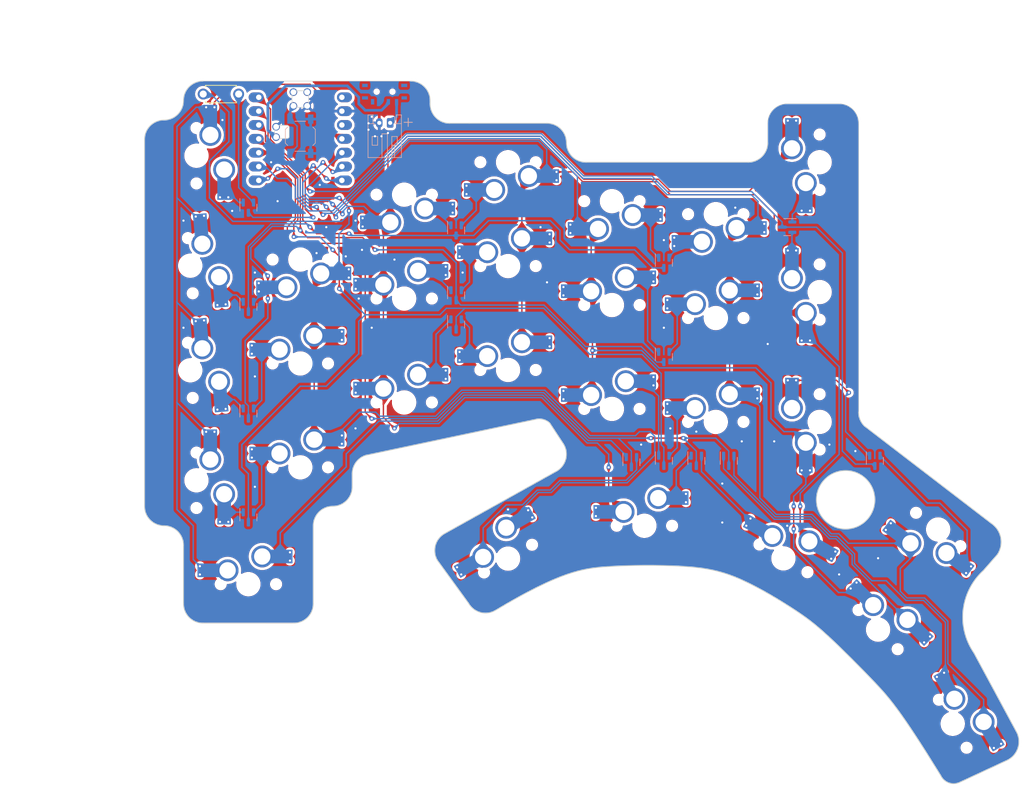
<source format=kicad_pcb>
(kicad_pcb (version 20221018) (generator pcbnew)
  (layers (0 "F.Cu" signal) (31 "B.Cu" signal) (34 "B.Paste" user) (35 "F.Paste" user) (36 "B.SilkS" user "B.Silkscreen") (37 "F.SilkS" user "F.Silkscreen") (38 "B.Mask" user) (39 "F.Mask" user) (44 "Edge.Cuts" user))
  (net 0 "")
  (net 1 "GND")
  (net 2 "L_VBAT")
  (net 4 "L_BAT+")
  (net 5 "L_RESET")
  (net 6 "L_ROW1")
  (net 7 "L_ROW2")
  (net 8 "L_ROW3")
  (net 9 "L_ROW4")
  (net 10 "L_COL5")
  (net 11 "L_COL4")
  (net 12 "L_COL3")
  (net 13 "L_COL2")
  (net 14 "L_COL1")
  (net 15 "L_COL0")
  (net 16 "L_VCC")
  (net 20 "Net-(L_D1-A1)")
  (net 21 "Net-(L_D1-A2)")
  (net 22 "L_ROW0")
  (net 23 "Net-(L_D2-A1)")
  (net 24 "Net-(L_D2-A2)")
  (net 25 "Net-(L_D3-A1)")
  (net 26 "Net-(L_D3-A2)")
  (net 27 "Net-(L_D4-A1)")
  (net 28 "Net-(L_D4-A2)")
  (net 29 "Net-(L_D5-A1)")
  (net 30 "Net-(L_D5-A2)")
  (net 31 "Net-(L_D6-A1)")
  (net 32 "Net-(L_D6-A2)")
  (net 33 "Net-(L_D7-A1)")
  (net 34 "Net-(L_D7-A2)")
  (net 35 "Net-(L_D8-A1)")
  (net 36 "Net-(L_D8-A2)")
  (net 37 "Net-(L_D9-A1)")
  (net 38 "Net-(L_D9-A2)")
  (net 39 "Net-(L_D10-A1)")
  (net 40 "Net-(L_D10-A2)")
  (net 41 "Net-(L_D11-A1)")
  (net 42 "Net-(L_D11-A2)")
  (net 43 "Net-(L_D12-A1)")
  (net 44 "Net-(L_D12-A2)")
  (net 45 "Net-(L_D13-A1)")
  (net 46 "Net-(L_D13-A2)")
  (net 47 "Net-(L_D14-A1)")
  (net 48 "Net-(L_D14-A2)")
  (net 49 "Net-(L_D15-A1)")
  (net 50 "Net-(L_D15-A2)")
  (footprint "pretty:xiao-ble-smd-cutout" (layer "F.Cu") (at 76.200064 160.02012)
    (fp_text reference "L_U1" hide)
    (fp_text value "xiao-ble" hide)
    (fp_line (start -4.699 -0.7488) (end -4.699 -1.7902) (stroke (width 0.12)) (layer "Edge.Cuts"))
    (fp_line (start -4.0132 -2.476) (end -2.413 -2.476) (stroke (width 0.12)) (layer "Edge.Cuts"))
    (fp_line (start -2.413 -0.063) (end -4.0132 -0.063) (stroke (width 0.12)) (layer "Edge.Cuts"))
    (fp_line (start -2.032 -2.095) (end -2.032 -0.444) (stroke (width 0.12)) (layer "Edge.Cuts"))
    (fp_line (start -1.524 -6.4638) (end -1.524 -8.1402) (stroke (width 0.12)) (layer "Edge.Cuts"))
    (fp_line (start -0.8382 -8.826) (end 0.8382 -8.826) (stroke (width 0.12)) (layer "Edge.Cuts"))
    (fp_line (start -0.8382 -5.778) (end 0.8382 -5.778) (stroke (width 0.12)) (layer "Edge.Cuts"))
    (fp_line (start 1.524 -6.4638) (end 1.524 -8.1402) (stroke (width 0.12)) (layer "Edge.Cuts"))
    (fp_arc (start -4.699 -0.7488) (mid -4.095391 -0.666609) (end -4.0132 -0.063) (stroke (width 0.12)) (layer "Edge.Cuts"))
    (fp_arc (start -4.0132 -2.476) (mid -4.095391 -1.872391) (end -4.699 -1.7902) (stroke (width 0.12)) (layer "Edge.Cuts"))
    (fp_arc (start -2.413 -2.476) (mid -2.143592 -2.364408) (end -2.032 -2.095) (stroke (width 0.12)) (layer "Edge.Cuts"))
    (fp_arc (start -2.032 -0.444) (mid -2.143592 -0.174592) (end -2.413 -0.063) (stroke (width 0.12)) (layer "Edge.Cuts"))
    (fp_arc (start -1.524 -6.4638) (mid -0.920391 -6.381609) (end -0.8382 -5.778) (stroke (width 0.12)) (layer "Edge.Cuts"))
    (fp_arc (start -0.8382 -8.826) (mid -0.920391 -8.222391) (end -1.524 -8.1402) (stroke (width 0.12)) (layer "Edge.Cuts"))
    (fp_arc (start 0.8382 -5.778) (mid 0.920391 -6.381609) (end 1.524 -6.4638) (stroke (width 0.12)) (layer "Edge.Cuts"))
    (fp_arc (start 1.524 -8.1402) (mid 0.920393 -8.222393) (end 0.8382 -8.826) (stroke (width 0.12)) (layer "Edge.Cuts"))
  )
  (footprint "pretty:MX-1U-Hotswap" (layer "F.Cu") (at 114.300096 202.406404)
    (fp_text reference "L_S33")
    (fp_text value "SW" hide)
  )
  (footprint "pretty:MX-1U-Hotswap" (layer "F.Cu") (at 114.300096 183.356404)
    (fp_text reference "L_S23")
    (fp_text value "SW" hide)
  )
  (footprint "pretty:MX-1U-Hotswap" (layer "F.Cu") (at 171.450096 164.306404 90)
    (fp_text reference "L_S2")
    (fp_text value "SW" hide)
  )
  (footprint "pretty:MX-1U-Hotswap" (layer "F.Cu") (at 76.200096 182.165804 180)
    (fp_text reference "L_S11")
    (fp_text value "SW" hide)
  )
  (footprint "pretty:MX-1U-Hotswap" (layer "F.Cu") (at 152.400096 173.831404 180)
    (fp_text reference "L_S15")
    (fp_text value "SW" hide)
  )
  (footprint "pretty:MX-1U-Hotswap" (layer "F.Cu") (at 133.350096 190.500204)
    (fp_text reference "L_S24")
    (fp_text value "SW" hide)
  )
  (footprint "pretty:MX-1U-Hotswap" (layer "F.Cu") (at 171.450096 188.118904 90)
    (fp_text reference "L_S3")
    (fp_text value "SW" hide)
  )
  (footprint "pretty:MX-1U-Hotswap" (layer "F.Cu") (at 57.150096 163.115804 -90)
    (fp_text reference "L_S0")
    (fp_text value "SW" hide)
  )
  (footprint "pretty:MX-1U-Hotswap" (layer "F.Cu") (at 171.450196 211.931504 90)
    (fp_text reference "L_S4")
    (fp_text value "SW" hide)
  )
  (footprint "pretty:MX-1U-Hotswap" (layer "F.Cu") (at 76.200096 201.215804)
    (fp_text reference "L_S21")
    (fp_text value "SW" hide)
  )
  (footprint "pretty:MX-1U-Hotswap" (layer "F.Cu") (at 57.150096 222.647004 -90)
    (fp_text reference "L_S30")
    (fp_text value "SW" hide)
  )
  (footprint "pretty:MX-1U-Hotswap" (layer "F.Cu") (at 133.350096 209.550204)
    (fp_text reference "L_S34")
    (fp_text value "SW" hide)
  )
  (footprint "pretty:MX-1U-Hotswap" (layer "F.Cu") (at 66.675096 241.697104)
    (fp_text reference "L_S40")
    (fp_text value "SW" hide)
  )
  (footprint "pretty:MX-1U-Hotswap" (layer "F.Cu") (at 114.300096 164.306404 180)
    (fp_text reference "L_S13")
    (fp_text value "SW" hide)
  )
  (footprint "pretty:MX-1U-Hotswap" (layer "F.Cu") (at 139.303296 230.981504)
    (fp_text reference "L_S42")
    (fp_text value "SW" hide)
  )
  (footprint "pretty:MX-1U-Hotswap" (layer "F.Cu") (at 152.400096 211.931404)
    (fp_text reference "L_S35")
    (fp_text value "SW" hide)
  )
  (footprint "pretty:MX-1U-Hotswap" (layer "F.Cu") (at 114.300196 237.005704 30)
    (fp_text reference locked "L_S41")
    (fp_text value "SW" hide)
  )
  (footprint "pretty:MX-1U-Hotswap" (layer "F.Cu") (at 193.187396 231.664104 143)
    (fp_text reference "L_S5")
    (fp_text value "SW" hide)
  )
  (footprint "pretty:MX-1U-Hotswap" (layer "F.Cu") (at 164.806196 236.963504 -30)
    (fp_text reference "L_S43")
    (fp_text value "SW" hide)
  )
  (footprint "pretty:MX-1U-Hotswap" (layer "F.Cu") (at 195.858096 267.295604 -60)
    (fp_text reference locked "L_S45")
    (fp_text value "SW" hide)
  )
  (footprint "pretty:MX-1U-Hotswap" (layer "F.Cu") (at 95.250096 208.359504)
    (fp_text reference "L_S32")
    (fp_text value "SW" hide)
  )
  (footprint "pretty:MX-1U-Hotswap" (layer "F.Cu") (at 95.250096 170.259504 180)
    (fp_text reference "L_S12")
    (fp_text value "SW" hide)
  )
  (footprint "pretty:MX-1U-Hotswap" (layer "F.Cu") (at 95.250096 189.309504)
    (fp_text reference "L_S22")
    (fp_text value "SW" hide)
  )
  (footprint "pretty:MX-1U-Hotswap" (layer "F.Cu") (at 133.350096 171.450204 180)
    (fp_text reference "L_S14")
    (fp_text value "SW" hide)
  )
  (footprint "pretty:MX-1U-Hotswap" (layer "F.Cu") (at 56.023996 202.468304 -85)
    (fp_text reference "L_S20")
    (fp_text value "SW" hide)
  )
  (footprint "pretty:MX-1U-Hotswap" (layer "F.Cu") (at 152.400096 192.881404)
    (fp_text reference "L_S25")
    (fp_text value "SW" hide)
  )
  (footprint "pretty:MX-1U-Hotswap" (layer "F.Cu") (at 76.200096 220.265804)
    (fp_text reference "L_S31")
    (fp_text value "SW" hide)
  )
  (footprint "pretty:PushSW" (layer "F.Cu") (at 61.639117 151.804815)
    (fp_text reference "L_S1" hide)
    (fp_text value "SW_Push")
  )
  (footprint "pretty:MX-1U-Hotswap" (layer "F.Cu") (at 56.023996 183.285504 -85)
    (fp_text reference "L_S10")
    (fp_text value "SW" hide)
  )
  (footprint "pretty:MX-1U-Hotswap" (layer "F.Cu") (at 182.165796 250.031404 -45)
    (fp_text reference "L_S44")
    (fp_text value "SW" hide)
  )
  (footprint "Package_TO_SOT_SMD:SOT-23" (layer "B.Cu") (at 104.775088 188.714221 -90)
    (fp_text reference "L_D8" hide)
    (fp_text value "BAV70")
  )
  (footprint "Package_TO_SOT_SMD:SOT-23" (layer "B.Cu") (at 66.675056 210.398615 -90)
    (fp_text reference "L_D3" hide)
    (fp_text value "BAV70")
  )
  (footprint "Package_TO_SOT_SMD:SOT-23" (layer "B.Cu") (at 181.570425 219.075184 -90)
    (fp_text reference "L_D11" hide)
    (fp_text value "BAV70")
  )
  (footprint "Package_TO_SOT_SMD:SOT-23" (layer "B.Cu") (at 104.775088 194.072038 -90)
    (fp_text reference "L_D9" hide)
    (fp_text value "BAV70")
  )
  (footprint "sepp:switch-MSK-12C02-smd" (layer "B.Cu") (at 91.653202 150.018876 -90)
    (fp_text reference "L_SW_bat1")
    (fp_text value "SW_SPDT")
  )
  (footprint "Button_Switch_SMD:SW_SPST_TL3342" (layer "B.Cu") (at 76.200064 159.543884 -90)
    (fp_text reference "L_SW_reset1" hide)
    (fp_text value "SW_Push")
  )
  (footprint "Package_TO_SOT_SMD:SOT-23" (layer "B.Cu") (at 136.92195 219.32831 -90)
    (fp_text reference "L_D5" hide)
    (fp_text value "BAV70")
  )
  (footprint "Package_TO_SOT_SMD:SOT-23" (layer "B.Cu") (at 66.675056 229.448631 -90)
    (fp_text reference "L_D4" hide)
    (fp_text value "BAV70")
  )
  (footprint "Package_TO_SOT_SMD:SOT-23" (layer "B.Cu") (at 154.78134 219.075184 -90)
    (fp_text reference "L_D15" hide)
    (fp_text value "BAV70")
  )
  (footprint "Package_TO_SOT_SMD:SOT-23" (layer "B.Cu") (at 66.675056 172.64077 -90)
    (fp_text reference "L_D1" hide)
    (fp_text value "BAV70")
  )
  (footprint "Connector_JST:JST_PH_S2B-PH-K_1x02_P2.00mm_Horizontal" (layer "B.Cu") (at 92.678202 157.093884 180)
    (fp_text reference "L_BT1" hide)
    (fp_text value "Battery_Cell")
  )
  (footprint "Package_TO_SOT_SMD:SOT-23" (layer "B.Cu") (at 148.82821 219.075184 -90)
    (fp_text reference "L_D10" hide)
    (fp_text value "BAV70")
  )
  (footprint "Package_TO_SOT_SMD:SOT-23" (layer "B.Cu") (at 142.87508 219.075184 -90)
    (fp_text reference "L_D14" hide)
    (fp_text value "BAV70")
  )
  (footprint "Package_TO_SOT_SMD:SOT-23" (layer "B.Cu") (at 142.87512 182.761091 -90)
    (fp_text reference "L_D12" hide)
    (fp_text value "BAV70")
  )
  (footprint "Package_TO_SOT_SMD:SOT-23" (layer "B.Cu") (at 165.497056 176.21272 180)
    (fp_text reference "L_D6" hide)
    (fp_text value "BAV70")
  )
  (footprint "Package_TO_SOT_SMD:SOT-23" (layer "B.Cu") (at 142.87508 200.025168 -90)
    (fp_text reference "L_D13" hide)
    (fp_text value "BAV70")
  )
  (footprint "Package_TO_SOT_SMD:SOT-23" (layer "B.Cu") (at 104.775048 176.807961 -90)
    (fp_text reference "L_D7" hide)
    (fp_text value "BAV70")
  )
  (footprint "Package_TO_SOT_SMD:SOT-23" (layer "B.Cu") (at 66.675056 190.842347 -90)
    (fp_text reference "L_D2" hide)
    (fp_text value "BAV70")
  )
  (gr_arc (start 85.725119 221.456436) (mid 86.399318 219.367906) (end 88.167468 218.06785) (stroke (width 0.16)) (layer "Edge.Cuts"))
  (gr_line (start 204.053 236.246339) (end 201.485516 239.18463) (stroke (width 0.16)) (layer "Edge.Cuts"))
  (gr_arc (start 124.487686 216.024944) (mid 124.890031 218.728932) (end 123.262573 220.925476) (stroke (width 0.16)) (layer "Edge.Cuts"))
  (gr_arc (start 51.197013 230.981413) (mid 48.671325 229.935257) (end 47.625135 227.409583) (stroke (width 0.16)) (layer "Edge.Cuts"))
  (gr_line (start 47.625135 227.409583) (end 47.62504 160.139197) (stroke (width 0.16)) (layer "Edge.Cuts"))
  (gr_curve (pts (xy 155.905444 240.372587) (xy 159.378111 241.761587) (xy 163.347111 244.142587) (xy 166.125278 245.92842)) (stroke (width 0.16)) (layer "Edge.Cuts"))
  (gr_curve (pts (xy 145.586944 238.388087) (xy 149.456444 238.586587) (xy 152.432778 238.983587) (xy 155.905444 240.372587)) (stroke (width 0.16)) (layer "Edge.Cuts"))
  (gr_arc (start 119.299123 211.485021) (mid 120.703766 211.473432) (end 121.941346 212.137903) (stroke (width 0.16)) (layer "Edge.Cuts"))
  (gr_line (start 178.593947 210.145489) (end 178.5939 157.162632) (stroke (width 0.1)) (layer "Edge.Cuts"))
  (gr_line (start 179.640141 212.671185) (end 202.946058 230.550657) (stroke (width 0.16)) (layer "Edge.Cuts"))
  (gr_line (start 121.941346 212.137903) (end 124.487686 216.024944) (stroke (width 0.16)) (layer "Edge.Cuts"))
  (gr_arc (start 121.443899 157.162585) (mid 123.969667 158.208725) (end 125.015777 160.73451) (stroke (width 0.16)) (layer "Edge.Cuts"))
  (gr_line (start 58.340721 248.840897) (end 75.009485 248.84085) (stroke (width 0.16)) (layer "Edge.Cuts"))
  (gr_arc (start 47.62504 160.139197) (mid 48.671223 157.613465) (end 51.196965 156.567319) (stroke (width 0.16)) (layer "Edge.Cuts"))
  (gr_curve (pts (xy 166.125278 245.92842) (xy 168.903444 247.714254) (xy 170.490778 248.90492) (xy 172.971111 251.187087)) (stroke (width 0.16)) (layer "Edge.Cuts"))
  (gr_circle (center 176.212695 226.21894) (end 170.854878 226.21894) (stroke (width 0.16)) (fill none) (layer "Edge.Cuts"))
  (gr_line (start 100.012631 152.995488) (end 100.012631 153.590754) (stroke (width 0.16)) (layer "Edge.Cuts"))
  (gr_arc (start 175.022022 153.590754) (mid 177.547711 154.636942) (end 178.5939 157.162632) (stroke (width 0.1)) (layer "Edge.Cuts"))
  (gr_arc (start 207.475062 268.642483) (mid 207.831028 271.693741) (end 205.809343 274.006679) (stroke (width 0.16)) (layer "Edge.Cuts"))
  (gr_line (start 102.634835 232.424512) (end 123.262573 220.925476) (stroke (width 0.16)) (layer "Edge.Cuts"))
  (gr_arc (start 85.725213 223.837704) (mid 84.678974 226.363375) (end 82.153288 227.409582) (stroke (width 0.16)) (layer "Edge.Cuts"))
  (gr_line (start 158.353258 164.306388) (end 128.587655 164.306435) (stroke (width 0.16)) (layer "Edge.Cuts"))
  (gr_line (start 207.475062 268.642483) (end 199.735859 254.285956) (stroke (width 0.16)) (layer "Edge.Cuts"))
  (gr_arc (start 96.440753 149.423563) (mid 98.96647 150.469773) (end 100.012631 152.995488) (stroke (width 0.16)) (layer "Edge.Cuts"))
  (gr_line (start 197.130916 278.042298) (end 205.809343 274.006679) (stroke (width 0.16)) (layer "Edge.Cuts"))
  (gr_line (start 103.584509 157.162679) (end 107.156387 157.162585) (stroke (width 0.16)) (layer "Edge.Cuts"))
  (gr_arc (start 128.587655 164.306435) (mid 126.061899 163.260262) (end 125.015777 160.73451) (stroke (width 0.16)) (layer "Edge.Cuts"))
  (gr_arc (start 58.340721 248.840897) (mid 55.815 247.794709) (end 54.768843 245.268972) (stroke (width 0.16)) (layer "Edge.Cuts"))
  (gr_arc (start 202.946058 230.550657) (mid 204.670124 233.170994) (end 204.053 236.246339) (stroke (width 0.16)) (layer "Edge.Cuts"))
  (gr_line (start 78.581363 230.98146) (end 78.58141 245.268972) (stroke (width 0.16)) (layer "Edge.Cuts"))
  (gr_curve (pts (xy 172.971111 251.187087) (xy 175.451444 253.469254) (xy 178.824778 256.84292) (xy 181.553444 259.720254)) (stroke (width 0.16)) (layer "Edge.Cuts"))
  (gr_line (start 96.440753 149.423563) (end 58.340815 149.423563) (stroke (width 0.1)) (layer "Edge.Cuts"))
  (gr_curve (pts (xy 181.553444 259.720254) (xy 184.282111 262.597587) (xy 186.366111 264.978587) (xy 193.661013 276.799161)) (stroke (width 0.16)) (layer "Edge.Cuts"))
  (gr_line (start 121.443899 157.162585) (end 107.156387 157.162585) (stroke (width 0.16)) (layer "Edge.Cuts"))
  (gr_arc (start 54.76889 152.995441) (mid 55.81506 150.469698) (end 58.340815 149.423563) (stroke (width 0.16)) (layer "Edge.Cuts"))
  (gr_arc (start 51.197013 230.981413) (mid 53.722674 232.027647) (end 54.768891 234.553338) (stroke (width 0.16)) (layer "Edge.Cuts"))
  (gr_line (start 101.327396 237.303811) (end 107.072327 245.216496) (stroke (width 0.16)) (layer "Edge.Cuts"))
  (gr_arc (start 197.130916 278.042298) (mid 195.140708 278.133211) (end 193.661013 276.799161) (stroke (width 0.16)) (layer "Edge.Cuts"))
  (gr_arc (start 54.76889 152.995441) (mid 53.722731 155.521203) (end 51.196965 156.567319) (stroke (width 0.16)) (layer "Edge.Cuts"))
  (gr_arc (start 101.327396 237.303811) (mid 100.970607 234.59339) (end 102.634835 232.424512) (stroke (width 0.16)) (layer "Edge.Cuts"))
  (gr_line (start 54.768891 234.553338) (end 54.768843 245.268972) (stroke (width 0.16)) (layer "Edge.Cuts"))
  (gr_line (start 161.925183 160.73451) (end 161.925136 157.162632) (stroke (width 0.1)) (layer "Edge.Cuts"))
  (gr_arc (start 78.581363 230.98146) (mid 79.62756 228.45576) (end 82.153288 227.409582) (stroke (width 0.16)) (layer "Edge.Cuts"))
  (gr_arc (start 111.951611 246.523587) (mid 109.241291 246.880507) (end 107.072327 245.216496) (stroke (width 0.16)) (layer "Edge.Cuts"))
  (gr_line (start 85.725213 223.837704) (end 85.725119 221.456436) (stroke (width 0.16)) (layer "Edge.Cuts"))
  (gr_arc (start 78.58141 245.268972) (mid 77.535241 247.794722) (end 75.009485 248.84085) (stroke (width 0.16)) (layer "Edge.Cuts"))
  (gr_arc (start 161.925183 160.73451) (mid 160.87894 163.260167) (end 158.353258 164.306388) (stroke (width 0.16)) (layer "Edge.Cuts"))
  (gr_curve (pts (xy 132.489944 238.487337) (xy 136.954778 238.189587) (xy 141.717444 238.189587) (xy 145.586944 238.388087)) (stroke (width 0.16)) (layer "Edge.Cuts"))
  (gr_line (start 88.167468 218.06785) (end 119.299123 211.485021) (stroke (width 0.16)) (layer "Edge.Cuts"))
  (gr_line (start 165.497014 153.590754) (end 175.022022 153.590754) (stroke (width 0.1)) (layer "Edge.Cuts"))
  (gr_curve (pts (xy 111.951611 246.523587) (xy 123.858111 239.380587) (xy 128.025111 238.785087) (xy 132.489944 238.487337)) (stroke (width 0.16)) (layer "Edge.Cuts"))
  (gr_arc (start 179.640141 212.671185) (mid 178.865867 211.512379) (end 178.593947 210.145489) (stroke (width 0.16)) (layer "Edge.Cuts"))
  (gr_arc (start 199.735859 254.285956) (mid 197.778781 246.407185) (end 201.485516 239.18463) (stroke (width 0.16)) (layer "Edge.Cuts"))
  (gr_arc (start 161.925136 157.162632) (mid 162.971317 154.636937) (end 165.497014 153.590754) (stroke (width 0.1)) (layer "Edge.Cuts"))
  (gr_arc (start 103.584509 157.162679) (mid 101.058825 156.116434) (end 100.012631 153.590754) (stroke (width 0.16)) (layer "Edge.Cuts"))
  (gr_text "+" (at 94.654767 155.972006 180) (layer "B.SilkS") (effects (font (size 2 2)) (justify left bottom mirror)))
  (via (at 89.29695 155.972006) (size 0.8) (drill 0.4) (layers "F.Cu" "B.Cu") (net 1))
  (via (at 175.022022 239.911139) (size 0.8) (drill 0.4) (layers "F.Cu" "B.Cu") (net 1))
  (via (at 54.768796 194.667351) (size 0.8) (drill 0.4) (layers "F.Cu" "B.Cu") (net 1))
  (via (at 70.842247 164.306388) (size 0.8) (drill 0.4) (layers "F.Cu" "B.Cu") (net 1))
  (via (at 155.972006 172.64077) (size 0.8) (drill 0.4) (layers "F.Cu" "B.Cu") (net 1))
  (via (at 165.497014 230.981444) (size 0.8) (drill 0.4) (layers "F.Cu" "B.Cu") (net 1))
  (via (at 142.87512 178.5939) (size 0.8) (drill 0.4) (layers "F.Cu" "B.Cu") (net 1))
  (via (at 61.912552 156.567319) (size 0.8) (drill 0.4) (layers "F.Cu" "B.Cu") (net 1))
  (via (at 153.590754 230.386131) (size 0.8) (drill 0.4) (layers "F.Cu" "B.Cu") (net 1))
  (via (at 87.511011 180.379839) (size 0.8) (drill 0.4) (layers "F.Cu" "B.Cu") (net 1))
  (via (at 86.915698 189.309534) (size 0.8) (drill 0.4) (layers "F.Cu" "B.Cu") (net 1))
  (via (at 79.176629 180.975152) (size 0.8) (drill 0.4) (layers "F.Cu" "B.Cu") (net 1))
  (via (at 148.82825 213.717367) (size 0.8) (drill 0.4) (layers "F.Cu" "B.Cu") (net 1))
  (via (at 88.701637 158.353258) (size 0.8) (drill 0.4) (layers "F.Cu" "B.Cu") (net 1))
  (via (at 79.771942 168.473579) (size 0.8) (drill 0.4) (layers "F.Cu" "B.Cu") (net 1))
  (via (at 67.865682 203.597046) (size 0.8) (drill 0.4) (layers "F.Cu" "B.Cu") (net 1))
  (via (at 84.534446 181.570465) (size 0.8) (drill 0.4) (layers "F.Cu" "B.Cu") (net 1))
  (via (at 72.032873 171.450144) (size 0.8) (drill 0.4) (layers "F.Cu" "B.Cu") (net 1))
  (via (at 93.464141 182.165778) (size 0.8) (drill 0.4) (layers "F.Cu" "B.Cu") (net 1))
  (via (at 120.253226 176.212648) (size 0.8) (drill 0.4) (layers "F.Cu" "B.Cu") (net 1))
  (via (at 105.965714 184.54703) (size 0.8) (drill 0.4) (layers "F.Cu" "B.Cu") (net 1))
  (via (at 144.065746 213.122054) (size 0.8) (drill 0.4) (layers "F.Cu" "B.Cu") (net 1))
  (via (at 121.443852 186.332969) (size 0.8) (drill 0.4) (layers "F.Cu" "B.Cu") (net 1))
  (via (at 67.865682 184.54703) (size 0.8) (drill 0.4) (layers "F.Cu" "B.Cu") (net 1))
  (via (at 67.865682 223.837688) (size 0.8) (drill 0.4) (layers "F.Cu" "B.Cu") (net 1))
  (via (at 54.768796 175.022022) (size 0.8) (drill 0.4) (layers "F.Cu" "B.Cu") (net 1))
  (via (at 153.590754 223.242375) (size 0.8) (drill 0.4) (layers "F.Cu" "B.Cu") (net 1))
  (via (at 91.082889 159.543884) (size 0.8) (drill 0.4) (layers "F.Cu" "B.Cu") (net 1))
  (via (at 63.698491 173.236083) (size 0.8) (drill 0.4) (layers "F.Cu" "B.Cu") (net 1))
  (via (at 138.707929 216.098619) (size 0.8) (drill 0.4) (layers "F.Cu" "B.Cu") (net 1))
  (via (at 92.273515 158.948571) (size 0.8) (drill 0.4) (layers "F.Cu" "B.Cu") (net 1))
  (via (at 114.300096 228.004879) (size 0.8) (drill 0.4) (layers "F.Cu" "B.Cu") (net 1))
  (via (at 163.115762 215.503306) (size 0.8) (drill 0.4) (layers "F.Cu" "B.Cu") (net 1))
  (via (at 89.892263 159.543884) (size 0.8) (drill 0.4) (layers "F.Cu" "B.Cu") (net 1))
  (via (at 86.320385 175.022022) (size 0.8) (drill 0.4) (layers "F.Cu" "B.Cu") (net 1))
  (via (at 89.29695 194.667351) (size 0.8) (drill 0.4) (layers "F.Cu" "B.Cu") (net 1))
  (via (at 173.236083 216.098619) (size 0.8) (drill 0.4) (layers "F.Cu" "B.Cu") (net 1))
  (via (at 161.925136 197.643916) (size 0.8) (drill 0.4) (layers "F.Cu" "B.Cu") (net 1))
  (via (at 86.320385 213.122054) (size 0.8) (drill 0.4) (layers "F.Cu" "B.Cu") (net 1))
  (via (at 177.998587 217.289245) (size 0.8) (drill 0.4) (layers "F.Cu" "B.Cu") (net 1))
  (via (at 157.162632 215.503306) (size 0.8) (drill 0.4) (layers "F.Cu" "B.Cu") (net 1))
  (via (at 142.87512 194.667351) (size 0.8) (drill 0.4) (layers "F.Cu" "B.Cu") (net 1))
  (via (at 88.701637 157.162632) (size 0.8) (drill 0.4) (layers "F.Cu" "B.Cu") (net 1))
  (via (at 182.165778 236.934574) (size 0.8) (drill 0.4) (layers "F.Cu" "B.Cu") (net 1))
  (via (at 80.962568 176.212648) (size 0.8) (drill 0.4) (layers "F.Cu" "B.Cu") (net 1))
  (segment (start 93.853202 155.918884) (end 93.853202 153.218876) (width 0.5) (layer "B.Cu") (net 2))
  (segment (start 92.678202 157.093884) (end 93.853202 155.918884) (width 0.5) (layer "B.Cu") (net 2))
  (segment (start 92.353202 153.511067) (end 91.082889 154.78138) (width 0.5) (layer "B.Cu") (net 4))
  (segment (start 70.246934 158.405993) (end 71.544061 159.70312) (width 0.5) (layer "B.Cu") (net 4))
  (segment (start 92.353202 153.218876) (end 92.353202 153.511067) (width 0.5) (layer "B.Cu") (net 4))
  (segment (start 84.81519 150.29962) (end 73.538068 150.29962) (width 0.5) (layer "B.Cu") (net 4))
  (segment (start 73.538068 150.29962) (end 70.246934 153.590754) (width 0.5) (layer "B.Cu") (net 4))
  (segment (start 86.915698 152.400128) (end 84.81519 150.29962) (width 0.5) (layer "B.Cu") (net 4))
  (segment (start 70.246934 153.590754) (end 70.246934 158.405993) (width 0.5) (layer "B.Cu") (net 4))
  (segment (start 71.544061 159.70312) (end 71.755064 159.70312) (width 0.5) (layer "B.Cu") (net 4))
  (segment (start 91.082889 154.78138) (end 88.106324 154.78138) (width 0.5) (layer "B.Cu") (net 4))
  (segment (start 86.915698 153.590754) (end 86.915698 152.400128) (width 0.5) (layer "B.Cu") (net 4))
  (segment (start 88.106324 154.78138) (end 86.915698 153.590754) (width 0.5) (layer "B.Cu") (net 4))
  (segment (start 74.300064 156.393884) (end 74.300064 154.61812) (width 0.25) (layer "B.Cu") (net 5))
  (segment (start 75.604751 157.698571) (end 74.300064 156.393884) (width 0.25) (layer "B.Cu") (net 5))
  (segment (start 74.300064 162.693884) (end 75.604751 161.389197) (width 0.25) (layer "B.Cu") (net 5))
  (segment (start 75.604751 161.389197) (end 75.604751 157.698571) (width 0.25) (layer "B.Cu") (net 5))
  (segment (start 74.300064 154.61812) (end 74.930064 153.98812) (width 0.25) (layer "B.Cu") (net 5))
  (segment (start 77.986003 176.212648) (end 79.176629 177.403274) (width 0.25) (layer "F.Cu") (net 6))
  (segment (start 70.281564 156.64162) (end 70.281564 160.313464) (width 0.25) (layer "F.Cu") (net 6))
  (segment (start 79.176629 177.403274) (end 85.129759 177.403274) (width 0.25) (layer "F.Cu") (net 6))
  (segment (start 77.986003 176.212648) (end 76.650064 174.876709) (width 0.25) (layer "F.Cu") (net 6))
  (segment (start 70.281564 160.313464) (end 76.650064 166.681964) (width 0.25) (layer "F.Cu") (net 6))
  (segment (start 76.650064 174.876709) (end 76.650064 166.681964) (width 0.25) (layer "F.Cu") (net 6))
  (segment (start 68.580064 154.94012) (end 70.281564 156.64162) (width 0.25) (layer "F.Cu") (net 6))
  (via (at 77.986003 176.212648) (size 0.8) (drill 0.4) (layers "F.Cu" "B.Cu") (net 6))
  (via (at 85.129759 177.403274) (size 0.8) (drill 0.4) (layers "F.Cu" "B.Cu") (net 6))
  (segment (start 77.39069 175.617335) (end 70.842247 175.617335) (width 0.25) (layer "B.Cu") (net 6))
  (segment (start 104.775048 177.745461) (end 108.004779 177.745461) (width 0.25) (layer "B.Cu") (net 6))
  (segment (start 108.004779 177.745461) (end 110.728218 175.022022) (width 0.25) (layer "B.Cu") (net 6))
  (segment (start 140.836055 183.698591) (end 142.87512 183.698591) (width 0.25) (layer "B.Cu") (net 6))
  (segment (start 123.825104 176.807961) (end 123.825104 178.5939) (width 0.25) (layer "B.Cu") (net 6))
  (segment (start 122.039165 175.022022) (end 123.825104 176.807961) (width 0.25) (layer "B.Cu") (net 6))
  (segment (start 137.517303 180.379839) (end 140.836055 183.698591) (width 0.25) (layer "B.Cu") (net 6))
  (segment (start 104.775048 177.745461) (end 85.471946 177.745461) (width 0.25) (layer "B.Cu") (net 6))
  (segment (start 77.986003 176.212648) (end 77.39069 175.617335) (width 0.25) (layer "B.Cu") (net 6))
  (segment (start 70.842247 175.617335) (end 66.675056 179.784526) (width 0.25) (layer "B.Cu") (net 6))
  (segment (start 123.825104 178.5939) (end 125.611043 180.379839) (width 0.25) (layer "B.Cu") (net 6))
  (segment (start 110.728218 175.022022) (end 122.039165 175.022022) (width 0.25) (layer "B.Cu") (net 6))
  (segment (start 125.611043 180.379839) (end 137.517303 180.379839) (width 0.25) (layer "B.Cu") (net 6))
  (segment (start 66.675056 179.784526) (end 66.675056 191.779847) (width 0.25) (layer "B.Cu") (net 6))
  (segment (start 85.471946 177.745461) (end 85.129759 177.403274) (width 0.25) (layer "B.Cu") (net 6))
  (segment (start 68.580064 157.48012) (end 69.805064 158.70512) (width 0.25) (layer "F.Cu") (net 7))
  (segment (start 77.520377 178.128274) (end 87.640698 178.128274) (width 0.25) (layer "F.Cu") (net 7))
  (segment (start 70.246934 185.142343) (end 70.246934 189.309534) (width 0.25) (layer "F.Cu") (net 7))
  (segment (start 87.640698 178.128274) (end 89.892263 180.379839) (width 0.25) (layer "F.Cu") (net 7))
  (segment (start 76.200064 176.807961) (end 77.520377 178.128274) (width 0.25) (layer "F.Cu") (net 7))
  (segment (start 76.200064 166.86836) (end 76.200064 169.068892) (width 0.25) (layer "F.Cu") (net 7))
  (segment (start 69.805064 160.47336) (end 76.200064 166.86836) (width 0.25) (layer "F.Cu") (net 7))
  (segment (start 69.805064 158.70512) (end 69.805064 160.47336) (width 0.25) (layer "F.Cu") (net 7))
  (segment (start 76.200064 169.068892) (end 76.200064 176.807961) (width 0.25) (layer "F.Cu") (net 7))
  (via (at 76.200064 176.807961) (size 0.8) (drill 0.4) (layers "F.Cu" "B.Cu") (net 7))
  (via (at 89.892263 180.379839) (size 0.8) (drill 0.4) (layers "F.Cu" "B.Cu") (net 7))
  (via (at 70.246934 189.309534) (size 0.8) (drill 0.4) (layers "F.Cu" "B.Cu") (net 7))
  (via (at 70.246934 185.142343) (size 0.8) (drill 0.4) (layers "F.Cu" "B.Cu") (net 7))
  (segment (start 89.892263 180.379839) (end 102.393836 180.379839) (width 0.25) (layer "B.Cu") (net 7))
  (segment (start 71.028643 176.067335) (end 75.459438 176.067335) (width 0.25) (layer "B.Cu") (net 7))
  (segment (start 138.71389 198.109542) (end 128.499004 198.109542) (width 0.25) (layer "B.Cu") (net 7))
  (segment (start 66.079743 208.406551) (end 66.675056 209.001864) (width 0.25) (layer "B.Cu") (net 7))
  (segment (start 70.246934 192.881412) (end 66.079743 197.048603) (width 0.25) (layer "B.Cu") (net 7))
  (segment (start 120.889622 190.50016) (end 105.623527 190.50016) (width 0.25) (layer "B.Cu") (net 7))
  (segment (start 66.675056 209.001864) (end 66.675056 211.336115) (width 0.25) (layer "B.Cu") (net 7))
  (segment (start 105.623527 190.50016) (end 104.775088 189.651721) (width 0.25) (layer "B.Cu") (net 7))
  (segment (start 67.125056 179.970922) (end 71.028643 176.067335) (width 0.25) (layer "B.Cu") (net 7))
  (segment (start 128.499004 198.109542) (end 120.889622 190.50016) (width 0.25) (layer "B.Cu") (net 7))
  (segment (start 75.459438 176.067335) (end 76.200064 176.807961) (width 0.25) (layer "B.Cu") (net 7))
  (segment (start 70.246934 189.309534) (end 70.246934 192.881412) (width 0.25) (layer "B.Cu") (net 7))
  (segment (start 142.87508 200.962668) (end 141.567016 200.962668) (width 0.25) (layer "B.Cu") (net 7))
  (segment (start 67.125056 182.020465) (end 67.125056 179.970922) (width 0.25) (layer "B.Cu") (net 7))
  (segment (start 102.393836 180.379839) (end 104.775088 182.761091) (width 0.25) (layer "B.Cu") (net 7))
  (segment (start 141.567016 200.962668) (end 138.71389 198.109542) (width 0.25) (layer "B.Cu") (net 7))
  (segment (start 66.079743 197.048603) (end 66.079743 208.406551) (width 0.25) (layer "B.Cu") (net 7))
  (segment (start 104.775088 182.761091) (end 104.775088 189.651721) (width 0.25) (layer "B.Cu") (net 7))
  (segment (start 70.246934 185.142343) (end 67.125056 182.020465) (width 0.25) (layer "B.Cu") (net 7))
  (segment (start 83.34382 187.523595) (end 83.34382 181.570465) (width 0.25) (layer "F.Cu") (net 8))
  (segment (start 74.303224 165.607916) (end 75.49385 166.798542) (width 0.25) (layer "F.Cu") (net 8))
  (segment (start 75.750064 167.054756) (end 75.750064 168.473579) (width 0.25) (layer "F.Cu") (net 8))
  (segment (start 75.750064 174.876709) (end 75.750064 168.473579) (width 0.25) (layer "F.Cu") (net 8))
  (segment (start 75.009438 175.617335) (end 75.750064 174.876709) (width 0.25) (layer "F.Cu") (net 8))
  (segment (start 75.009438 177.998587) (end 75.009438 175.617335) (width 0.25) (layer "F.Cu") (net 8))
  (segment (start 68.715428 160.02012) (end 74.303224 165.607916) (width 0.25) (layer "F.Cu") (net 8))
  (segment (start 68.580064 160.02012) (end 68.715428 160.02012) (width 0.25) (layer "F.Cu") (net 8))
  (segment (start 75.49385 166.798542) (end 75.750064 167.054756) (width 0.25) (layer "F.Cu") (net 8))
  (segment (start 83.34382 181.570465) (end 82.153194 180.379839) (width 0.25) (layer "F.Cu") (net 8))
  (via (at 83.34382 187.523595) (size 0.8) (drill 0.4) (layers "F.Cu" "B.Cu") (net 8))
  (via (at 82.153194 180.379839) (size 0.8) (drill 0.4) (layers "F.Cu" "B.Cu") (net 8))
  (via (at 75.009438 177.998587) (size 0.8) (drill 0.4) (layers "F.Cu" "B.Cu") (net 8))
  (segment (start 82.153194 180.379839) (end 79.771942 177.998587) (width 0.25) (layer "B.Cu") (net 8))
  (segment (start 80.962568 205.382985) (end 86.915698 199.429855) (width 0.25) (layer "B.Cu") (net 8))
  (segment (start 129.312608 199.559542) (end 120.848539 191.095473) (width 0.25) (layer "B.Cu") (net 8))
  (segment (start 76.200064 205.382985) (end 80.962568 205.382985) (width 0.25) (layer "B.Cu") (net 8))
  (segment (start 142.87508 220.012684) (end 142.87508 216.598619) (width 0.25) (layer "B.Cu") (net 8))
  (segment (start 120.848539 191.095473) (end 106.354902 191.095473) (width 0.25) (layer "B.Cu") (net 8))
  (segment (start 86.915698 193.476725) (end 88.106324 192.286099) (width 0.25) (layer "B.Cu") (net 8))
  (segment (start 66.675056 221.456436) (end 65.48443 220.26581) (width 0.25) (layer "B.Cu") (net 8))
  (segment (start 79.771942 177.998587) (end 75.009438 177.998587) (width 0.25) (layer "B.Cu") (net 8))
  (segment (start 102.989149 191.095473) (end 101.798523 192.286099) (width 0.25) (layer "B.Cu") (net 8))
  (segment (start 104.775088 192.675287) (end 104.775088 195.009538) (width 0.25) (layer "B.Cu") (net 8))
  (segment (start 88.106324 192.286099) (end 83.34382 187.523595) (width 0.25) (layer "B.Cu") (net 8))
  (segment (start 65.48443 220.26581) (end 65.48443 216.098619) (width 0.25) (layer "B.Cu") (net 8))
  (segment (start 106.354902 191.095473) (end 104.775088 192.675287) (width 0.25) (layer "B.Cu") (net 8))
  (segment (start 141.806724 202.475168) (end 138.891098 199.559542) (width 0.25) (layer "B.Cu") (net 8))
  (segment (start 66.675056 230.386131) (end 66.675056 221.456436) (width 0.25) (layer "B.Cu") (net 8))
  (segment (start 86.915698 199.429855) (end 86.915698 193.476725) (width 0.25) (layer "B.Cu") (net 8))
  (segment (start 65.48443 216.098619) (end 76.200064 205.382985) (width 0.25) (layer "B.Cu") (net 8))
  (segment (start 141.806724 202.481367) (end 141.806724 202.475168) (width 0.25) (layer "B.Cu") (net 8))
  (segment (start 142.87508 216.598619) (end 142.37508 216.098619) (width 0.25) (layer "B.Cu") (net 8))
  (segment (start 142.37508 216.098619) (end 142.37508 203.049723) (width 0.25) (layer "B.Cu") (net 8))
  (segment (start 106.354902 191.095473) (end 102.989149 191.095473) (width 0.25) (layer "B.Cu") (net 8))
  (segment (start 138.891098 199.559542) (end 129.312608 199.559542) (width 0.25) (layer "B.Cu") (net 8))
  (segment (start 101.798523 192.286099) (end 88.106324 192.286099) (width 0.25) (layer "B.Cu") (net 8))
  (segment (start 142.37508 203.049723) (end 141.806724 202.481367) (width 0.25) (layer "B.Cu") (net 8))
  (segment (start 75.300064 174.690313) (end 73.818812 176.171565) (width 0.25) (layer "F.Cu") (net 9))
  (segment (start 73.818812 179.189213) (end 84.534446 179.189213) (width 0.25) (layer "F.Cu") (net 9))
  (segment (start 88.106324 182.761091) (end 88.106324 210.145489) (width 0.25) (layer "F.Cu") (net 9))
  (segment (start 74.580339 166.521427) (end 75.300064 167.241152) (width 0.25) (layer "F.Cu") (net 9))
  (segment (start 75.300064 167.878266) (end 75.300064 174.690313) (width 0.25) (layer "F.Cu") (net 9))
  (segment (start 140.493868 214.907993) (end 146.446998 214.907993) (width 0.25) (layer "F.Cu") (net 9))
  (segment (start 75.300064 167.241152) (end 75.300064 167.878266) (width 0.25) (layer "F.Cu") (net 9))
  (segment (start 88.106324 210.145489) (end 89.29695 211.336115) (width 0.25) (layer "F.Cu") (net 9))
  (segment (start 88.106324 182.761091) (end 84.534446 179.189213) (width 0.25) (layer "F.Cu") (net 9))
  (segment (start 70.619032 162.56012) (end 74.580339 166.521427) (width 0.25) (layer "F.Cu") (net 9))
  (segment (start 73.818812 176.171565) (end 73.818812 179.189213) (width 0.25) (layer "F.Cu") (net 9))
  (segment (start 68.580064 162.56012) (end 70.619032 162.56012) (width 0.25) (layer "F.Cu") (net 9))
  (via (at 146.446998 214.907993) (size 0.8) (drill 0.4) (layers "F.Cu" "B.Cu") (net 9))
  (via (at 140.493868 214.907993) (size 0.8) (drill 0.4) (layers "F.Cu" "B.Cu") (net 9))
  (via (at 89.29695 211.336115) (size 0.8) (drill 0.4) (layers "F.Cu" "B.Cu") (net 9))
  (segment (start 146.446998 214.907993) (end 148.82821 217.289205) (width 0.25) (layer "B.Cu") (net 9))
  (segment (start 148.82821 217.289205) (end 148.82821 220.012684) (width 0.25) (layer "B.Cu") (net 9))
  (segment (start 134.540738 214.907993) (end 136.92195 217.289205) (width 0.25) (layer "B.Cu") (net 9))
  (segment (start 154.78134 217.289205) (end 154.78134 220.012684) (width 0.25) (layer "B.Cu") (net 9))
  (segment (start 120.848539 206.573611) (end 129.182921 214.907993) (width 0.25) (layer "B.Cu") (net 9))
  (segment (start 134.540738 214.907993) (end 140.493868 214.907993) (width 0.25) (layer "B.Cu") (net 9))
  (segment (start 105.965714 206.573611) (end 120.848539 206.573611) (width 0.25) (layer "B.Cu") (net 9))
  (segment (start 146.446998 214.907993) (end 152.400128 214.907993) (width 0.25) (layer "B.Cu") (net 9))
  (segment (start 89.29695 211.336115) (end 101.20321 211.336115) (width 0.25) (layer "B.Cu") (net 9))
  (segment (start 101.20321 211.336115) (end 105.965714 206.573611) (width 0.25) (layer "B.Cu") (net 9))
  (segment (start 129.182921 214.907993) (end 134.540738 214.907993) (width 0.25) (layer "B.Cu") (net 9))
  (segment (start 152.400128 214.907993) (end 154.78134 217.289205) (width 0.25) (layer "B.Cu") (net 9))
  (segment (start 136.92195 217.289205) (end 136.92195 220.26581) (width 0.25) (layer "B.Cu") (net 9))
  (segment (start 154.940096 187.801404) (end 154.940096 177.641404) (width 0.25) (layer "F.Cu") (net 10))
  (segment (start 154.940096 177.641404) (end 156.210096 176.371404) (width 0.25) (layer "F.Cu") (net 10))
  (segment (start 154.940096 206.851404) (end 154.940096 187.801404) (width 0.25) (layer "F.Cu") (net 10))
  (segment (start 127.992295 167.282953) (end 140.493868 167.282953) (width 0.25) (layer "B.Cu") (net 10))
  (segment (start 163.488554 228.890818) (end 160.477936 225.8802) (width 0.25) (layer "B.Cu") (net 10))
  (segment (start 77.717441 173.236083) (end 82.153194 173.236083) (width 0.25) (layer "B.Cu") (net 10))
  (segment (start 173.608875 232.462696) (end 170.036997 228.890818) (width 0.25) (layer "B.Cu") (net 10))
  (segment (start 186.231856 242.988816) (end 186.231856 238.821626) (width 0.25) (layer "B.Cu") (net 10))
  (segment (start 160.139197 175.717303) (end 159.485096 176.371404) (width 0.25) (layer "B.Cu") (net 10))
  (segment (start 69.808957 165.10012) (end 71.99179 167.282953) (width 0.25) (layer "B.Cu") (net 10))
  (segment (start 201.527505 262.844744) (end 194.965301 256.28254) (width 0.25) (layer "B.Cu") (net 10))
  (segment (start 160.477936 209.087244) (end 158.242096 206.851404) (width 0.25) (layer "B.Cu") (net 10))
  (segment (start 194.965301 248.502388) (end 190.686556 244.223643) (width 0.25) (layer "B.Cu") (net 10))
  (segment (start 174.970396 232.462696) (end 173.608875 232.462696) (width 0.25) (layer "B.Cu") (net 10))
  (segment (start 160.477936 225.8802) (end 160.477936 209.087244) (width 0.25) (layer "B.Cu") (net 10))
  (segment (start 190.686556 244.223643) (end 187.466683 244.223643) (width 0.25) (layer "B.Cu") (net 10))
  (segment (start 158.907488 170.259518) (end 160.139197 171.491227) (width 0.25) (layer "B.Cu") (net 10))
  (segment (start 75.300064 168.764205) (end 75.300064 170.259518) (width 0.25) (layer "B.Cu") (net 10))
  (segment (start 194.965301 256.28254) (end 194.965301 248.502388) (width 0.25) (layer "B.Cu") (net 10))
  (segment (start 188.101641 234.192562) (end 176.700262 234.192562) (width 0.25) (layer "B.Cu") (net 10))
  (segment (start 170.036997 228.890818) (end 163.488554 228.890818) (width 0.25) (layer "B.Cu") (net 10))
  (segment (start 71.99179 167.282953) (end 73.818812 167.282953) (width 0.25) (layer "B.Cu") (net 10))
  (segment (start 143.470433 170.259518) (end 158.907488 170.259518) (width 0.25) (layer "B.Cu") (net 10))
  (segment (start 176.700262 234.192562) (end 174.970396 232.462696) (width 0.25) (layer "B.Cu") (net 10))
  (segment (start 68.580064 165.10012) (end 69.808957 165.10012) (width 0.25) (layer "B.Cu") (net 10))
  (segment (start 160.139197 171.491227) (end 160.139197 175.717303) (width 0.25) (layer "B.Cu") (net 10))
  (segment (start 75.300064 170.818706) (end 77.717441 173.236083) (width 0.25) (layer "B.Cu") (net 10))
  (segment (start 120.253226 159.543884) (end 127.992295 167.282953) (width 0.25) (layer "B.Cu") (net 10))
  (segment (start 75.300064 170.259518) (end 75.300064 170.818706) (width 0.25) (layer "B.Cu") (net 10))
  (segment (start 188.101641 236.951841) (end 188.101641 234.192562) (width 0.25) (layer "B.Cu") (net 10))
  (segment (start 82.153194 173.236083) (end 95.845393 159.543884) (width 0.25) (layer "B.Cu") (net 10))
  (segment (start 140.493868 167.282953) (end 143.470433 170.259518) (width 0.25) (layer "B.Cu") (net 10))
  (segment (start 186.231856 238.821626) (end 188.101641 236.951841) (width 0.25) (layer "B.Cu") (net 10))
  (segment (start 201.527505 266.955309) (end 201.527505 262.844744) (width 0.25) (layer "B.Cu") (net 10))
  (segment (start 95.845393 159.543884) (end 120.253226 159.543884) (width 0.25) (layer "B.Cu") (net 10))
  (segment (start 187.466683 244.223643) (end 186.231856 242.988816) (width 0.25) (layer "B.Cu") (net 10))
  (segment (start 73.818812 167.282953) (end 75.300064 168.764205) (width 0.25) (layer "B.Cu") (net 10))
  (segment (start 166.68764 227.409566) (end 166.68764 231.576757) (width 0.25) (layer "F.Cu") (net 11))
  (segment (start 129.540096 177.800204) (end 130.810096 176.530204) (width 0.25) (layer "F.Cu") (net 11))
  (segment (start 129.778234 188.198342) (end 129.540096 187.960204) (width 0.25) (layer "F.Cu") (net 11))
  (segment (start 129.778234 206.772066) (end 129.540096 207.010204) (width 0.25) (layer "F.Cu") (net 11))
  (segment (start 129.540096 187.960204) (end 129.540096 177.800204) (width 0.25) (layer "F.Cu") (net 11))
  (segment (start 129.778234 198.834542) (end 129.778234 188.198342) (width 0.25) (layer "F.Cu") (net 11))
  (segment (start 79.176629 172.511583) (end 79.176629 172.769957) (width 0.25) (layer "F.Cu") (net 11))
  (segment (start 79.176629 172.769957) (end 80.367255 173.960583) (width 0.25) (layer "F.Cu") (net 11))
  (segment (start 129.778234 198.834542) (end 129.778234 206.772066) (width 0.25) (layer "F.Cu") (net 11))
  (segment (start 70.246934 167.282953) (end 72.032873 165.497014) (width 0.25) (layer "F.Cu") (net 11))
  (via (at 79.176629 172.511583) (size 0.8) (drill 0.4) (layers "F.Cu" "B.Cu") (net 11))
  (via (at 70.246934 167.282953) (size 0.8) (drill 0.4) (layers "F.Cu" "B.Cu") (net 11))
  (via (at 72.032873 165.497014) (size 0.8) (drill 0.4) (layers "F.Cu" "B.Cu") (net 11))
  (via (at 80.367255 173.960583) (size 0.8) (drill 0.4) (layers "F.Cu" "B.Cu") (net 11))
  (via (at 166.68764 231.576757) (size 0.8) (drill 0.4) (layers "F.Cu" "B.Cu") (net 11))
  (via (at 166.68764 227.409566) (size 0.8) (drill 0.4) (layers "F.Cu" "B.Cu") (net 11))
  (via (at 129.778234 198.834542) (size 0.8) (drill 0.4) (layers "F.Cu" "B.Cu") (net 11))
  (segment (start 127.020096 166.94715) (end 127.020096 176.042204) (width 0.25) (layer "B.Cu") (net 11))
  (segment (start 166.68764 231.576757) (end 166.68764 235.003914) (width 0.25) (layer "B.Cu") (net 11))
  (segment (start 138.802494 198.834542) (end 141.99312 202.025168) (width 0.25) (layer "B.Cu") (net 11))
  (segment (start 96.031789 159.993884) (end 120.06683 159.993884) (width 0.25) (layer "B.Cu") (net 11))
  (segment (start 73.818812 165.497014) (end 75.750064 167.428266) (width 0.25) (layer "B.Cu") (net 11))
  (segment (start 80.641755 173.686083) (end 82.33959 173.686083) (width 0.25) (layer "B.Cu") (net 11))
  (segment (start 127.020096 176.042204) (end 127.508096 176.530204) (width 0.25) (layer "B.Cu") (net 11))
  (segment (start 162.520449 204.787672) (end 162.520449 211.336115) (width 0.25) (layer "B.Cu") (net 11))
  (segment (start 162.520449 211.336115) (end 164.901701 213.717367) (width 0.25) (layer "B.Cu") (net 11))
  (segment (start 75.750064 170.259518) (end 75.750064 170.63231) (width 0.25) (layer "B.Cu") (net 11))
  (segment (start 164.901701 213.717367) (end 166.886059 213.717367) (width 0.25) (layer "B.Cu") (net 11))
  (segment (start 82.33959 173.686083) (end 96.031789 159.993884) (width 0.25) (layer "B.Cu") (net 11))
  (segment (start 77.629337 172.511583) (end 79.176629 172.511583) (width 0.25) (layer "B.Cu") (net 11))
  (segment (start 75.750064 170.63231) (end 77.629337 172.511583) (width 0.25) (layer "B.Cu") (net 11))
  (segment (start 166.68764 225.582543) (end 166.68764 227.409566) (width 0.25) (layer "B.Cu") (net 11))
  (segment (start 166.886059 213.717367) (end 168.910196 215.741504) (width 0.25) (layer "B.Cu") (net 11))
  (segment (start 129.778234 198.834542) (end 138.802494 198.834542) (width 0.25) (layer "B.Cu") (net 11))
  (segment (start 69.889767 167.64012) (end 70.246934 167.282953) (width 0.25) (layer "B.Cu") (net 11))
  (segment (start 75.750064 167.428266) (end 75.750064 170.259518) (width 0.25) (layer "B.Cu") (net 11))
  (segment (start 174.909227 243.225501) (end 178.951996 243.225501) (width 0.25) (layer "B.Cu") (net 11))
  (segment (start 68.580064 167.64012) (end 69.889767 167.64012) (width 0.25) (layer "B.Cu") (net 11))
  (segment (start 168.910196 223.359987) (end 168.910196 219.016504) (width 0.25) (layer "B.Cu") (net 11))
  (segment (start 166.68764 235.003914) (end 174.909227 243.225501) (width 0.25) (layer "B.Cu") (net 11))
  (segment (start 80.367255 173.960583) (end 80.641755 173.686083) (width 0.25) (layer "B.Cu") (net 11))
  (segment (start 72.032873 165.497014) (end 73.818812 165.497014) (width 0.25) (layer "B.Cu") (net 11))
  (segment (start 120.06683 159.993884) (end 127.020096 166.94715) (width 0.25) (layer "B.Cu") (net 11))
  (segment (start 141.99312 202.025168) (end 159.757945 202.025168) (width 0.25) (layer "B.Cu") (net 11))
  (segment (start 159.757945 202.025168) (end 162.520449 204.787672) (width 0.25) (layer "B.Cu") (net 11))
  (segment (start 168.910196 223.359987) (end 166.68764 225.582543) (width 0.25) (layer "B.Cu") (net 11))
  (segment (start 163.115762 173.831396) (end 163.115762 179.784526) (width 0.25) (layer "F.Cu") (net 12))
  (segment (start 126.198433 166.084404) (end 127.992295 167.878266) (width 0.25) (layer "F.Cu") (net 12))
  (segment (start 123.190096 166.084404) (end 126.198433 166.084404) (width 0.25) (layer "F.Cu") (net 12))
  (segment (start 159.543884 170.259518) (end 163.115762 173.831396) (width 0.25) (layer "F.Cu") (net 12))
  (segment (start 167.878266 227.409566) (end 167.878266 232.16646) (width 0.25) (layer "F.Cu") (net 12))
  (segment (start 116.840096 178.276404) (end 116.840096 168.116404) (width 0.25) (layer "F.Cu") (net 12))
  (segment (start 80.962568 167.282953) (end 78.581316 164.901701) (width 0.25) (layer "F.Cu") (net 12))
  (segment (start 163.115762 179.784526) (end 161.925136 180.975152) (width 0.25) (layer "F.Cu") (net 12))
  (segment (start 161.925136 188.118908) (end 165.735132 191.928904) (width 0.25) (layer "F.Cu") (net 12))
  (segment (start 165.735132 191.928904) (end 168.910096 191.928904) (width 0.25) (layer "F.Cu") (net 12))
  (segment (start 116.840096 168.116404) (end 118.110096 166.846404) (width 0.25) (layer "F.Cu") (net 12))
  (segment (start 116.840096 197.326404) (end 116.840096 178.276404) (width 0.25) (layer "F.Cu") (net 12))
  (segment (start 144.065746 170.259518) (end 159.543884 170.259518) (width 0.25) (layer "F.Cu") (net 12))
  (segment (start 127.992295 167.878266) (end 141.684494 167.878266) (width 0.25) (layer "F.Cu") (net 12))
  (segment (start 80.962568 172.511583) (end 82.748507 174.297522) (width 0.25) (layer "F.Cu") (net 12))
  (segment (start 82.748507 174.297522) (end 82.748507 174.426709) (width 0.25) (layer "F.Cu") (net 12))
  (segment (start 167.878266 232.16646) (end 169.545901 233.834095) (width 0.25) (layer "F.Cu") (net 12))
  (segment (start 141.684494 167.878266) (end 144.065746 170.259518) (width 0.25) (layer "F.Cu") (net 12))
  (segment (start 161.925136 180.975152) (end 161.925136 188.118908) (width 0.25) (layer "F.Cu") (net 12))
  (via (at 80.962568 167.282953) (size 0.8) (drill 0.4) (layers "F.Cu" "B.Cu") (net 12))
  (via (at 167.878266 227.409566) (size 0.8) (drill 0.4) (layers "F.Cu" "B.Cu") (net 12))
  (via (at 80.962568 172.511583) (size 0.8) (drill 0.4) (layers "F.Cu" "B.Cu") (net 12))
  (via (at 82.748507 174.426709) (size 0.8) (drill 0.4) (layers "F.Cu" "B.Cu") (net 12))
  (via (at 78.581316 164.901701) (size 0.8) (drill 0.4) (layers "F.Cu" "B.Cu") (net 12))
  (segment (start 119.880434 160.443884) (end 121.385096 161.948546) (width 0.25) (layer "B.Cu") (net 12))
  (segment (start 83.820064 167.64012) (end 81.319735 167.64012) (width 0.25) (layer "B.Cu") (net 12))
  (segment (start 175.022022 201.811107) (end 175.022022 217.884558) (width 0.25) (layer "B.Cu") (net 12))
  (segment (start 121.385096 161.948546) (end 121.385096 166.846404) (width 0.25) (layer "B.Cu") (net 12))
  (segment (start 76.200064 167.282953) (end 76.200064 170.445914) (width 0.25) (layer "B.Cu") (net 12))
  (segment (start 76.200064 170.445914) (end 77.540733 171.786583) (width 0.25) (layer "B.Cu") (net 12))
  (segment (start 82.748507 174.426709) (end 82.748507 173.913562) (width 0.25) (layer "B.Cu") (net 12))
  (segment (start 82.748507 173.913562) (end 96.218185 160.443884) (width 0.25) (layer "B.Cu") (net 12))
  (segment (start 96.218185 160.443884) (end 119.880434 160.443884) (width 0.25) (layer "B.Cu") (net 12))
  (segment (start 167.878266 225.028314) (end 167.878266 227.409566) (width 0.25) (layer "B.Cu") (net 12))
  (segment (start 175.022022 217.884558) (end 167.878266 225.028314) (width 0.25) (layer "B.Cu") (net 12))
  (segment (start 168.910096 195.203904) (end 168.910096 195.699181) (width 0.25) (layer "B.Cu") (net 12))
  (segment (start 168.910096 195.699181) (end 175.022022 201.811107) (width 0.25) (layer "B.Cu") (net 12))
  (segment (start 77.540733 171.786583) (end 80.237568 171.786583) (width 0.25) (layer "B.Cu") (net 12))
  (segment (start 78.581316 164.901701) (end 76.200064 167.282953) (width 0.25) (layer "B.Cu") (net 12))
  (segment (start 81.319735 167.64012) (end 80.962568 167.282953) (width 0.25) (layer "B.Cu") (net 12))
  (segment (start 80.237568 171.786583) (end 80.962568 172.511583) (width 0.25) (layer "B.Cu") (net 12))
  (segment (start 92.710096 171.886725) (end 92.710096 175.339504) (width 0.25) (layer "F.Cu") (net 13))
  (segment (start 132.754799 225.703007) (end 135.493296 228.441504) (width 0.25) (layer "F.Cu") (net 13))
  (segment (start 91.440096 205.819504) (end 91.440096 211.098009) (width 0.25) (layer "F.Cu") (net 13))
  (segment (start 82.153194 172.045457) (end 83.939133 173.831396) (width 0.25) (layer "F.Cu") (net 13))
  (segment (start 166.370096 161.766404) (end 158.472295 169.664205) (width 0.25) (layer "F.Cu") (net 13))
  (segment (start 92.273515 163.115762) (end 92.273515 171.450144) (width 0.25) (layer "F.Cu") (net 13))
  (segment (start 82.153194 166.092327) (end 80.367255 164.306388) (width 0.25) (layer "F.Cu") (net 13))
  (segment (start 91.440096 176.609504) (end 92.710096 175.339504) (width 0.25) (layer "F.Cu") (net 13))
  (segment (start 91.440096 186.769504) (end 91.440096 176.609504) (width 0.25) (layer "F.Cu") (net 13))
  (segment (start 144.106829 169.664205) (end 141.87089 167.428266) (width 0.25) (layer "F.Cu") (net 13))
  (segment (start 92.273515 171.450144) (end 92.710096 171.886725) (width 0.25) (layer "F.Cu") (net 13))
  (segment (start 158.472295 169.664205) (end 144.106829 169.664205) (width 0.25) (layer "F.Cu") (net 13))
  (segment (start 128.178691 167.428266) (end 120.294309 159.543884) (width 0.25) (layer "F.Cu") (net 13))
  (segment (start 91.440096 205.819504) (end 91.440096 186.769504) (width 0.25) (layer "F.Cu") (net 13))
  (segment (start 91.440096 211.098009) (end 93.464141 213.122054) (width 0.25) (layer "F.Cu") (net 13))
  (segment (start 95.845393 159.543884) (end 92.273515 163.115762) (width 0.25) (layer "F.Cu") (net 13))
  (segment (start 120.294309 159.543884) (end 95.845393 159.543884) (width 0.25) (layer "F.Cu") (net 13))
  (segment (start 141.87089 167.428266) (end 128.178691 167.428266) (width 0.25) (layer "F.Cu") (net 13))
  (segment (start 132.754799 220.26581) (end 132.754799 225.703007) (width 0.25) (layer "F.Cu") (net 13))
  (via (at 132.754799 220.26581) (size 0.8) (drill 0.4) (layers "F.Cu" "B.Cu") (net 13))
  (via (at 82.153194 172.045457) (size 0.8) (drill 0.4) (layers "F.Cu" "B.Cu") (net 13))
  (via (at 82.153194 166.092327) (size 0.8) (drill 0.4) (layers "F.Cu" "B.Cu") (net 13))
  (via (at 93.464141 213.122054) (size 0.8) (drill 0.4) (layers "F.Cu" "B.Cu") (net 13))
  (via (at 80.367255 164.306388) (size 0.8) (drill 0.4) (layers "F.Cu" "B.Cu") (net 13))
  (via (at 83.939133 173.831396) (size 0.8) (drill 0.4) (layers "F.Cu" "B.Cu") (net 13))
  (segment (start 81.44432 171.336583) (end 82.153194 172.045457) (width 0.25) (layer "B.Cu") (net 13))
  (segment (start 77.727129 171.336583) (end 81.44432 171.336583) (width 0.25) (layer "B.Cu") (net 13))
  (segment (start 101.576002 212.236115) (end 106.338506 207.473611) (width 0.25) (layer "B.Cu") (net 13))
  (segment (start 89.408096 173.942542) (end 89.408096 175.339504) (width 0.25) (layer "B.Cu") (net 13))
  (segment (start 93.464141 213.122054) (end 94.35008 212.236115) (width 0.25) (layer "B.Cu") (net 13))
  (segment (start 84.893727 172.404738) (end 87.870292 172.404738) (width 0.25) (layer "B.Cu") (net 13))
  (segment (start 83.939133 173.831396) (end 83.939133 173.359332) (width 0.25) (layer "B.Cu") (net 13))
  (segment (start 132.754799 217.884558) (end 132.754799 220.26581) (width 0.25) (layer "B.Cu") (net 13))
  (segment (start 82.153194 166.092327) (end 82.827857 166.092327) (width 0.25) (layer "B.Cu") (net 13))
  (segment (start 80.367255 164.306388) (end 78.581316 166.092327) (width 0.25) (layer "B.Cu") (net 13))
  (segment (start 82.827857 166.092327) (end 83.820064 165.10012) (width 0.25) (layer "B.Cu") (net 13))
  (segment (start 83.939133 173.359332) (end 84.893727 172.404738) (width 0.25) (layer "B.Cu") (net 13))
  (segment (start 94.35008 212.236115) (end 101.576002 212.236115) (width 0.25) (layer "B.Cu") (net 13))
  (segment (start 106.338506 207.473611) (end 120.475747 207.473611) (width 0.25) (layer "B.Cu") (net 13))
  (segment (start 76.650064 168.023579) (end 76.650064 170.259518) (width 0.25) (layer "B.Cu") (net 13))
  (segment (start 130.678234 215.807993) (end 132.754799 217.884558) (width 0.25) (layer "B.Cu") (net 13))
  (segment (start 78.581316 166.092327) (end 76.650064 168.023579) (width 0.25) (layer "B.Cu") (net 13))
  (segment (start 128.810129 215.807993) (end 130.678234 215.807993) (width 0.25) (layer "B.Cu") (net 13))
  (segment (start 76.650064 170.259518) (end 77.727129 171.336583) (width 0.25) (layer "B.Cu") (net 13))
  (segment (start 87.870292 172.404738) (end 89.408096 173.942542) (width 0.25) (layer "B.Cu") (net 13))
  (segment (start 120.475747 207.473611) (end 128.810129 215.807993) (width 0.25) (layer "B.Cu") (net 13))
  (segment (start 78.740096 196.135804) (end 78.740096 185.975804) (width 0.25) (layer "F.Cu") (net 14))
  (segment (start 78.740096 196.135804) (end 78.740096 215.185804) (width 0.25) (layer "F.Cu") (net 14))
  (segment (start 78.740096 185.975804) (end 80.010096 184.705804) (width 0.25) (layer "F.Cu") (net 14))
  (segment (start 83.34382 170.854831) (end 85.129759 172.64077) (width 0.25) (layer "F.Cu") (net 14))
  (segment (start 85.129759 172.64077) (end 85.129759 173.236083) (width 0.25) (layer "F.Cu") (net 14))
  (via (at 83.34382 170.854831) (size 0.8) (drill 0.4) (layers "F.Cu" "B.Cu") (net 14))
  (via (at 85.129759 173.236083) (size 0.8) (drill 0.4) (layers "F.Cu" "B.Cu") (net 14))
  (segment (start 119.844309 224.883001) (end 122.225561 224.883001) (width 0.25) (layer "B.Cu") (net 14))
  (segment (start 59.5313 164.084731) (end 59.5313 170.854831) (width 0.25) (layer "B.Cu") (net 14))
  (segment (start 122.225561 224.883001) (end 124.0115 223.097062) (width 0.25) (layer "B.Cu") (net 14))
  (segment (start 87.082411 210.145489) (end 82.042096 215.185804) (width 0.25) (layer "B.Cu") (net 14))
  (segment (start 85.129759 173.831396) (end 85.129759 173.236083) (width 0.25) (layer "B.Cu") (net 14))
  (segment (start 141.218868 214.607688) (end 140.328547 213.717367) (width 0.25) (layer "B.Cu") (net 14))
  (segment (start 136.136345 223.097062) (end 141.218868 218.014539) (width 0.25) (layer "B.Cu") (net 14))
  (segment (start 90.762576 210.886115) (end 90.02195 210.145489) (width 0.25) (layer "B.Cu") (net 14))
  (segment (start 90.02195 210.145489) (end 87.082411 210.145489) (width 0.25) (layer "B.Cu") (net 14))
  (segment (start 83.820064 162.56012) (end 77.100064 169.28012) (width 0.25) (layer "B.Cu") (net 14))
  (segment (start 58.389117 151.804815) (end 59.80333 151.804815) (width 0.25) (layer "B.Cu") (net 14))
  (segment (start 137.669647 214.457993) (end 129.369317 214.457993) (width 0.25) (layer "B.Cu") (net 14))
  (segment (start 77.100064 169.968892) (end 77.986003 170.854831) (width 0.25) (layer "B.Cu") (net 14))
  (segment (start 116.819516 229.685295) (end 116.819516 227.907794) (width 0.25) (layer "B.Cu") (net 14))
  (segment (start 141.218868 218.014539) (end 141.218868 214.607688) (width 0.25) (layer "B.Cu") (net 14))
  (segment (start 101.016814 210.886115) (end 90.762576 210.886115) (width 0.25) (layer "B.Cu") (net 14))
  (segment (start 63.828178 175.151709) (end 83.809446 175.151709) (width 0.25) (layer "B.Cu") (net 14))
  (segment (start 129.369317 214.457993) (end 121.034935 206.123611) (width 0.25) (layer "B.Cu") (net 14))
  (segment (start 77.986003 170.854831) (end 83.34382 170.854831) (width 0.25) (layer "B.Cu") (net 14))
  (segment (start 63.103178 160.512853) (end 59.5313 164.084731) (width 0.25) (layer "B.Cu") (net 14))
  (segment (start 121.034935 206.123611) (end 105.779318 206.123611) (width 0.25) (layer "B.Cu") (net 14))
  (segment (start 83.809446 175.151709) (end 85.129759 173.831396) (width 0.25) (layer "B.Cu") (net 14))
  (segment (start 140.328547 213.717367) (end 138.410273 213.717367) (width 0.25) (layer "B.Cu") (net 14))
  (segment (start 85.129759 173.236083) (end 85.129759 175.617335) (width 0.25) (layer "B.Cu") (net 14))
  (segment (start 124.0115 223.097062) (end 136.136345 223.097062) (width 0.25) (layer "B.Cu") (net 14))
  (segment (start 116.819516 227.907794) (end 119.844309 224.883001) (width 0.25) (layer "B.Cu") (net 14))
  (segment (start 59.80333 151.804815) (end 63.103178 155.104663) (width 0.25) (layer "B.Cu") (net 14))
  (segment (start 105.779318 206.123611) (end 101.016814 210.886115) (width 0.25) (layer "B.Cu") (net 14))
  (segment (start 77.100064 169.28012) (end 77.100064 169.968892) (width 0.25) (layer "B.Cu") (net 14))
  (segment (start 138.410273 213.717367) (end 137.669647 214.457993) (width 0.25) (layer "B.Cu") (net 14))
  (segment (start 63.103178 155.104663) (end 63.103178 160.512853) (width 0.25) (layer "B.Cu") (net 14))
  (segment (start 59.5313 170.854831) (end 63.828178 175.151709) (width 0.25) (layer "B.Cu") (net 14))
  (segment (start 85.129759 175.617335) (end 83.285096 177.461998) (width 0.25) (layer "B.Cu") (net 14))
  (segment (start 83.285096 177.461998) (end 83.285096 184.705804) (width 0.25) (layer "B.Cu") (net 14))
  (segment (start 63.698491 150.018876) (end 60.452096 153.265271) (width 0.25) (layer "F.Cu") (net 15))
  (segment (start 79.771942 151.804815) (end 77.986003 150.018876) (width 0.25) (layer "F.Cu") (net 15))
  (segment (start 77.986003 150.018876) (end 63.698491 150.018876) (width 0.25) (layer "F.Cu") (net 15))
  (segment (start 79.771942 156.567319) (end 79.771942 151.804815) (width 0.25) (layer "F.Cu") (net 15))
  (segment (start 83.224743 160.02012) (end 79.771942 156.567319) (width 0.25) (layer "F.Cu") (net 15))
  (segment (start 83.820064 160.02012) (end 83.224743 160.02012) (width 0.25) (layer "F.Cu") (net 15))
  (segment (start 60.452096 153.265271) (end 60.452096 154.225804) (width 0.25) (layer "F.Cu") (net 15))
  (segment (start 53.57817 208.35955) (end 53.57817 208.407078) (width 0.25) (layer "B.Cu") (net 15))
  (segment (start 53.57817 189.904847) (end 53.57817 208.35955) (width 0.25) (layer "B.Cu") (net 15))
  (segment (start 53.57817 170.832124) (end 53.57817 189.904847) (width 0.25) (layer "B.Cu") (net 15))
  (segment (start 53.57817 228.004879) (end 56.554735 230.981444) (width 0.25) (layer "B.Cu") (net 15))
  (segment (start 56.554735 230.981444) (end 56.554735 237.164743) (width 0.25) (layer "B.Cu") (net 15))
  (segment (start 53.57817 208.407078) (end 58.928096 213.757004) (width 0.25) (layer "B.Cu") (net 15))
  (segment (start 53.57817 189.904847) (end 53.57817 190.014924) (width 0.25) (layer "B.Cu") (net 15))
  (segment (start 53.57817 157.757945) (end 53.57817 170.832124) (width 0.25) (layer "B.Cu") (net 15))
  (segment (start 58.928096 154.225804) (end 57.110311 154.225804) (width 0.25) (layer "B.Cu") (net 15))
  (segment (start 53.57817 208.35955) (end 53.57817 228.004879) (width 0.25) (layer "B.Cu") (net 15))
  (segment (start 56.554735 237.164743) (end 57.785096 238.395104) (width 0.25) (layer "B.Cu") (net 15))
  (segment (start 53.57817 190.014924) (end 57.020416 193.45717) (width 0.25) (layer "B.Cu") (net 15))
  (segment (start 53.57817 170.832124) (end 57.020416 174.27437) (width 0.25) (layer "B.Cu") (net 15))
  (segment (start 57.110311 154.225804) (end 53.57817 157.757945) (width 0.25) (layer "B.Cu") (net 15))
  (segment (start 64.975562 171.70327) (end 62.230096 168.957804) (width 0.25) (layer "B.Cu") (net 20))
  (segment (start 65.725056 171.70327) (end 64.975562 171.70327) (width 0.25) (layer "B.Cu") (net 20))
  (segment (start 64.889117 151.804815) (end 64.889117 168.967331) (width 0.25) (layer "B.Cu") (net 21))
  (segment (start 64.889117 168.967331) (end 67.625056 171.70327) (width 0.25) (layer "B.Cu") (net 21))
  (segment (start 77.100064 168.778266) (end 77.100064 168.473579) (width 0.25) (layer "F.Cu") (net 22))
  (segment (start 77.100064 172.945457) (end 78.581316 174.426709) (width 0.25) (layer "F.Cu") (net 22))
  (segment (start 70.731564 154.55162) (end 70.731564 160.127068) (width 0.25) (layer "F.Cu") (net 22))
  (segment (start 68.580064 152.40012) (end 70.731564 154.55162) (width 0.25) (layer "F.Cu") (net 22))
  (segment (start 70.731564 160.127068) (end 77.100064 166.495568) (width 0.25) (layer "F.Cu") (net 22))
  (segment (start 77.100064 168.473579) (end 77.100064 172.945457) (width 0.25) (layer "F.Cu") (net 22))
  (segment (start 77.986003 169.664205) (end 77.100064 168.778266) (width 0.25) (layer "F.Cu") (net 22))
  (segment (start 77.100064 166.495568) (end 77.100064 167.428266) (width 0.25) (layer "F.Cu") (net 22))
  (segment (start 77.100064 167.428266) (end 77.100064 168.473579) (width 0.25) (layer "F.Cu") (net 22))
  (via (at 78.581316 174.426709) (size 0.8) (drill 0.4) (layers "F.Cu" "B.Cu") (net 22))
  (via (at 77.986003 169.664205) (size 0.8) (drill 0.4) (layers "F.Cu" "B.Cu") (net 22))
  (segment (start 85.088676 169.664205) (end 77.986003 169.664205) (width 0.25) (layer "B.Cu") (net 22))
  (segment (start 177.998587 219.670497) (end 181.228238 219.670497) (width 0.25) (layer "B.Cu") (net 22))
  (segment (start 164.559556 176.21272) (end 164.559556 175.27519) (width 0.25) (layer "B.Cu") (net 22))
  (segment (start 140.680264 166.832953) (end 128.178691 166.832953) (width 0.25) (layer "B.Cu") (net 22))
  (segment (start 181.228238 219.670497) (end 181.570425 220.012684) (width 0.25) (layer "B.Cu") (net 22))
  (segment (start 175.617335 180.975152) (end 175.617335 217.289245) (width 0.25) (layer "B.Cu") (net 22))
  (segment (start 95.658997 159.093884) (end 85.088676 169.664205) (width 0.25) (layer "B.Cu") (net 22))
  (segment (start 175.617335 217.289245) (end 177.998587 219.670497) (width 0.25) (layer "B.Cu") (net 22))
  (segment (start 170.854903 176.21272) (end 175.617335 180.975152) (width 0.25) (layer "B.Cu") (net 22))
  (segment (start 164.559556 175.27519) (end 158.948571 169.664205) (width 0.25) (layer "B.Cu") (net 22))
  (segment (start 158.948571 169.664205) (end 143.511516 169.664205) (width 0.25) (layer "B.Cu") (net 22))
  (segment (start 128.178691 166.832953) (end 120.439622 159.093884) (width 0.25) (layer "B.Cu") (net 22))
  (segment (start 78.581316 174.426709) (end 67.523495 174.426709) (width 0.25) (layer "B.Cu") (net 22))
  (segment (start 120.439622 159.093884) (end 95.658997 159.093884) (width 0.25) (layer "B.Cu") (net 22))
  (segment (start 143.511516 169.664205) (end 140.680264 166.832953) (width 0.25) (layer "B.Cu") (net 22))
  (segment (start 67.523495 174.426709) (end 66.675056 173.57827) (width 0.25) (layer "B.Cu") (net 22))
  (segment (start 164.559556 176.21272) (end 170.854903 176.21272) (width 0.25) (layer "B.Cu") (net 22))
  (segment (start 64.482731 188.662522) (end 61.593829 188.662522) (width 0.25) (layer "B.Cu") (net 23))
  (segment (start 65.725056 189.904847) (end 64.482731 188.662522) (width 0.25) (layer "B.Cu") (net 23))
  (segment (start 67.699053 189.904847) (end 70.358096 187.245804) (width 0.25) (layer "B.Cu") (net 24))
  (segment (start 67.625056 189.904847) (end 67.699053 189.904847) (width 0.25) (layer "B.Cu") (net 24))
  (segment (start 64.109263 207.845322) (end 61.593829 207.845322) (width 0.25) (layer "B.Cu") (net 25))
  (segment (start 65.725056 209.461115) (end 64.109263 207.845322) (width 0.25) (layer "B.Cu") (net 25))
  (segment (start 69.115096 207.971075) (end 69.115096 198.675804) (width 0.25) (layer "B.Cu") (net 26))
  (segment (start 67.625056 209.461115) (end 69.115096 207.971075) (width 0.25) (layer "B.Cu") (net 26))
  (segment (start 65.702929 228.489004) (end 62.230096 228.489004) (width 0.25) (layer "B.Cu") (net 27))
  (segment (start 65.725056 228.511131) (end 65.702929 228.489004) (width 0.25) (layer "B.Cu") (net 27))
  (segment (start 69.115096 227.021091) (end 69.115096 217.725804) (width 0.25) (layer "B.Cu") (net 28))
  (segment (start 67.625056 228.511131) (end 69.115096 227.021091) (width 0.25) (layer "B.Cu") (net 28))
  (segment (start 120.662143 207.023611) (end 106.15211 207.023611) (width 0.25) (layer "B.Cu") (net 29))
  (segment (start 135.97195 218.125144) (end 133.204799 215.357993) (width 0.25) (layer "B.Cu") (net 29))
  (segment (start 84.617096 220.18316) (end 72.517096 232.28316) (width 0.25) (layer "B.Cu") (net 29))
  (segment (start 133.204799 215.357993) (end 128.996525 215.357993) (width 0.25) (layer "B.Cu") (net 29))
  (segment (start 72.517096 232.28316) (end 72.517096 236.617104) (width 0.25) (layer "B.Cu") (net 29))
  (segment (start 128.996525 215.357993) (end 120.662143 207.023611) (width 0.25) (layer "B.Cu") (net 29))
  (segment (start 84.617096 217.801908) (end 84.617096 220.18316) (width 0.25) (layer "B.Cu") (net 29))
  (segment (start 106.15211 207.023611) (end 101.389606 211.786115) (width 0.25) (layer "B.Cu") (net 29))
  (segment (start 101.389606 211.786115) (end 90.632889 211.786115) (width 0.25) (layer "B.Cu") (net 29))
  (segment (start 135.97195 218.39081) (end 135.97195 218.125144) (width 0.25) (layer "B.Cu") (net 29))
  (segment (start 90.632889 211.786115) (end 84.617096 217.801908) (width 0.25) (layer "B.Cu") (net 29))
  (segment (start 137.87195 218.39081) (end 137.87195 220.725061) (width 0.25) (layer "B.Cu") (net 30))
  (segment (start 122.039165 224.433001) (end 119.657913 224.433001) (width 0.25) (layer "B.Cu") (net 30))
  (segment (start 116.938151 227.152763) (end 113.961586 227.152763) (width 0.25) (layer "B.Cu") (net 30))
  (segment (start 135.949949 222.647062) (end 123.825104 222.647062) (width 0.25) (layer "B.Cu") (net 30))
  (segment (start 113.961586 227.152763) (end 109.730639 231.38371) (width 0.25) (layer "B.Cu") (net 30))
  (segment (start 123.825104 222.647062) (end 122.039165 224.433001) (width 0.25) (layer "B.Cu") (net 30))
  (segment (start 119.657913 224.433001) (end 116.938151 227.152763) (width 0.25) (layer "B.Cu") (net 30))
  (segment (start 109.730639 231.38371) (end 109.730639 236.710999) (width 0.25) (layer "B.Cu") (net 30))
  (segment (start 137.87195 220.725061) (end 135.949949 222.647062) (width 0.25) (layer "B.Cu") (net 30))
  (segment (start 166.434556 175.26272) (end 166.434556 173.866944) (width 0.25) (layer "B.Cu") (net 31))
  (segment (start 166.434556 173.866944) (end 168.910096 171.391404) (width 0.25) (layer "B.Cu") (net 31))
  (segment (start 166.370096 177.22718) (end 166.370096 182.276904) (width 0.25) (layer "B.Cu") (net 32))
  (segment (start 166.434556 177.16272) (end 166.370096 177.22718) (width 0.25) (layer "B.Cu") (net 32))
  (segment (start 103.825048 175.870461) (end 102.335096 174.380509) (width 0.25) (layer "B.Cu") (net 33))
  (segment (start 102.335096 174.380509) (end 102.335096 172.799504) (width 0.25) (layer "B.Cu") (net 33))
  (segment (start 108.458096 173.137413) (end 108.458096 169.386404) (width 0.25) (layer "B.Cu") (net 34))
  (segment (start 105.725048 175.870461) (end 108.458096 173.137413) (width 0.25) (layer "B.Cu") (net 34))
  (segment (start 103.825088 187.776721) (end 101.092096 185.043729) (width 0.25) (layer "B.Cu") (net 35))
  (segment (start 101.092096 185.043729) (end 101.092096 184.229504) (width 0.25) (layer "B.Cu") (net 35))
  (segment (start 107.215096 186.286713) (end 107.215096 180.816404) (width 0.25) (layer "B.Cu") (net 36))
  (segment (start 105.725088 187.776721) (end 107.215096 186.286713) (width 0.25) (layer "B.Cu") (net 36))
  (segment (start 101.092096 195.86753) (end 101.092096 203.279504) (width 0.25) (layer "B.Cu") (net 37))
  (segment (start 103.825088 193.134538) (end 101.092096 195.86753) (width 0.25) (layer "B.Cu") (net 37))
  (segment (start 105.725088 193.134538) (end 107.215096 194.624546) (width 0.25) (layer "B.Cu") (net 38))
  (segment (start 107.215096 194.624546) (end 107.215096 199.866404) (width 0.25) (layer "B.Cu") (net 38))
  (segment (start 145.145296 225.901504) (end 145.145296 220.870598) (width 0.25) (layer "B.Cu") (net 39))
  (segment (start 145.145296 220.870598) (end 147.87821 218.137684) (width 0.25) (layer "B.Cu") (net 39))
  (segment (start 149.77821 221.059103) (end 159.940406 231.221299) (width 0.25) (layer "B.Cu") (net 40))
  (segment (start 149.77821 218.137684) (end 149.77821 221.059103) (width 0.25) (layer "B.Cu") (net 40))
  (segment (start 174.545854 204.311504) (end 167.132196 204.311504) (width 0.25) (layer "F.Cu") (net 41))
  (segment (start 176.807961 206.573611) (end 174.545854 204.311504) (width 0.25) (layer "F.Cu") (net 41))
  (via (at 176.807961 206.573611) (size 0.8) (drill 0.4) (layers "F.Cu" "B.Cu") (net 41))
  (segment (start 180.620425 218.137684) (end 176.212648 213.729907) (width 0.25) (layer "B.Cu") (net 41))
  (segment (start 176.212648 207.168924) (end 176.807961 206.573611) (width 0.25) (layer "B.Cu") (net 41))
  (segment (start 176.212648 213.729907) (end 176.212648 207.168924) (width 0.25) (layer "B.Cu") (net 41))
  (segment (start 198.494464 236.779152) (end 197.317118 237.956498) (width 0.25) (layer "B.Cu") (net 42))
  (segment (start 191.196994 226.814253) (end 193.476725 226.814253) (width 0.25) (layer "B.Cu") (net 42))
  (segment (start 182.520425 218.137684) (end 191.196994 226.814253) (width 0.25) (layer "B.Cu") (net 42))
  (segment (start 193.476725 226.814253) (end 198.494464 231.831992) (width 0.25) (layer "B.Cu") (net 42))
  (segment (start 198.494464 231.831992) (end 198.494464 236.779152) (width 0.25) (layer "B.Cu") (net 42))
  (segment (start 140.435096 180.333567) (end 140.435096 173.990204) (width 0.25) (layer "B.Cu") (net 43))
  (segment (start 141.92512 181.823591) (end 140.435096 180.333567) (width 0.25) (layer "B.Cu") (net 43))
  (segment (start 143.82512 181.823591) (end 143.82512 181.64438) (width 0.25) (layer "B.Cu") (net 44))
  (segment (start 143.82512 181.64438) (end 146.558096 178.911404) (width 0.25) (layer "B.Cu") (net 44))
  (segment (start 139.898555 186.126663) (end 139.192096 185.420204) (width 0.25) (layer "B.Cu") (net 45))
  (segment (start 141.92508 199.075128) (end 139.898555 197.048603) (width 0.25) (layer "B.Cu") (net 45))
  (segment (start 139.898555 197.048603) (end 139.898555 186.126663) (width 0.25) (layer "B.Cu") (net 45))
  (segment (start 141.92508 199.087668) (end 141.92508 199.075128) (width 0.25) (layer "B.Cu") (net 45))
  (segment (start 145.315096 197.597652) (end 145.315096 190.341404) (width 0.25) (layer "B.Cu") (net 46))
  (segment (start 143.82508 199.087668) (end 145.315096 197.597652) (width 0.25) (layer "B.Cu") (net 46))
  (segment (start 141.92508 207.203188) (end 139.192096 204.470204) (width 0.25) (layer "B.Cu") (net 47))
  (segment (start 141.92508 218.137684) (end 141.92508 207.203188) (width 0.25) (layer "B.Cu") (net 47))
  (segment (start 143.82508 218.137684) (end 145.315096 216.647668) (width 0.25) (layer "B.Cu") (net 48))
  (segment (start 145.315096 216.647668) (end 145.315096 209.391404) (width 0.25) (layer "B.Cu") (net 48))
  (segment (start 173.236083 233.362696) (end 174.426709 233.362696) (width 0.25) (layer "B.Cu") (net 49))
  (segment (start 174.426709 233.362696) (end 177.403274 236.339261) (width 0.25) (layer "B.Cu") (net 49))
  (segment (start 163.115762 229.790818) (end 169.664205 229.790818) (width 0.25) (layer "B.Cu") (net 49))
  (segment (start 169.664205 229.790818) (end 173.236083 233.362696) (width 0.25) (layer "B.Cu") (net 49))
  (segment (start 177.403274 238.084677) (end 187.55395 248.235353) (width 0.25) (layer "B.Cu") (net 49))
  (segment (start 153.83134 218.137684) (end 153.83134 220.506396) (width 0.25) (layer "B.Cu") (net 49))
  (segment (start 153.83134 220.506396) (end 163.115762 229.790818) (width 0.25) (layer "B.Cu") (net 49))
  (segment (start 177.403274 236.339261) (end 177.403274 238.084677) (width 0.25) (layer "B.Cu") (net 49))
  (segment (start 169.850601 229.340818) (end 173.422479 232.912696) (width 0.25) (layer "B.Cu") (net 50))
  (segment (start 155.73134 221.77) (end 163.302158 229.340818) (width 0.25) (layer "B.Cu") (net 50))
  (segment (start 163.302158 229.340818) (end 169.850601 229.340818) (width 0.25) (layer "B.Cu") (net 50))
  (segment (start 181.015955 241.060962) (end 183.667606 241.060962) (width 0.25) (layer "B.Cu") (net 50))
  (segment (start 155.73134 218.137684) (end 155.73134 221.77) (width 0.25) (layer "B.Cu") (net 50))
  (segment (start 177.853274 237.898281) (end 181.015955 241.060962) (width 0.25) (layer "B.Cu") (net 50))
  (segment (start 173.422479 232.912696) (end 174.613105 232.912696) (width 0.25) (layer "B.Cu") (net 50))
  (segment (start 183.667606 241.060962) (end 187.280287 244.673643) (width 0.25) (layer "B.Cu") (net 50))
  (segment (start 177.853274 236.152865) (end 177.853274 237.898281) (width 0.25) (layer "B.Cu") (net 50))
  (segment (start 187.280287 244.673643) (end 190.50016 244.673643) (width 0.25) (layer "B.Cu") (net 50))
  (segment (start 174.613105 232.912696) (end 177.853274 236.152865) (width 0.25) (layer "B.Cu") (net 50))
  (segment (start 190.50016 244.673643) (end 194.515301 248.688784) (width 0.25) (layer "B.Cu") (net 50))
  (segment (start 194.515301 248.688784) (end 194.515301 259.889814) (width 0.25) (layer "B.Cu") (net 50))
  (zone (net 1) (net_name "GND") (layers "F&B.Cu") (connect_pads (clearance 0.5)) (min_thickness 0.25) (fill yes (thermal_gap 0.5) (thermal_bridge_width 0.5))
    (polygon (pts (xy 208.35955 149.423563) (xy 47.62504 149.423563) (xy 47.592273 248.776448) (xy 163.115762 248.840834) (xy 189.309534 278.606484) (xy 208.35955 278.606484)))
  )
)
</source>
